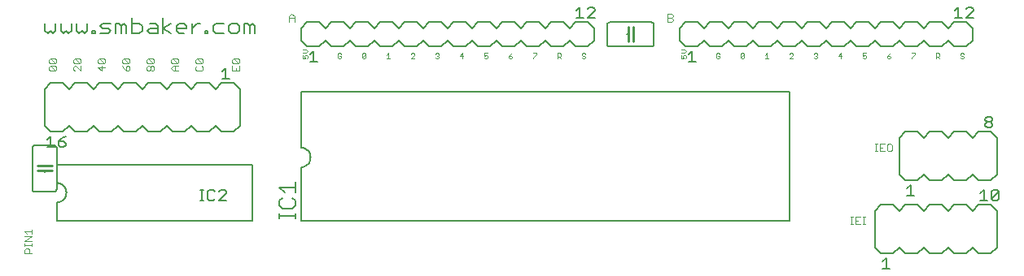
<source format=gto>
G75*
%MOIN*%
%OFA0B0*%
%FSLAX24Y24*%
%IPPOS*%
%LPD*%
%AMOC8*
5,1,8,0,0,1.08239X$1,22.5*
%
%ADD10C,0.0030*%
%ADD11C,0.0060*%
%ADD12C,0.0020*%
%ADD13C,0.0050*%
%ADD14C,0.0100*%
D10*
X000375Y002195D02*
X000375Y002340D01*
X000423Y002388D01*
X000520Y002388D01*
X000568Y002340D01*
X000568Y002195D01*
X000665Y002195D02*
X000375Y002195D01*
X000375Y002490D02*
X000375Y002586D01*
X000375Y002538D02*
X000665Y002538D01*
X000665Y002490D02*
X000665Y002586D01*
X000665Y002686D02*
X000375Y002686D01*
X000665Y002880D01*
X000375Y002880D01*
X000472Y002981D02*
X000375Y003077D01*
X000665Y003077D01*
X000665Y002981D02*
X000665Y003174D01*
X001423Y009695D02*
X001375Y009743D01*
X001375Y009840D01*
X001423Y009888D01*
X001617Y009695D01*
X001665Y009743D01*
X001665Y009840D01*
X001617Y009888D01*
X001423Y009888D01*
X001423Y009990D02*
X001375Y010038D01*
X001375Y010135D01*
X001423Y010183D01*
X001617Y009990D01*
X001665Y010038D01*
X001665Y010135D01*
X001617Y010183D01*
X001423Y010183D01*
X001423Y009990D02*
X001617Y009990D01*
X001617Y009695D02*
X001423Y009695D01*
X002375Y009743D02*
X002423Y009695D01*
X002375Y009743D02*
X002375Y009840D01*
X002423Y009888D01*
X002472Y009888D01*
X002665Y009695D01*
X002665Y009888D01*
X002617Y009990D02*
X002423Y009990D01*
X002375Y010038D01*
X002375Y010135D01*
X002423Y010183D01*
X002617Y009990D01*
X002665Y010038D01*
X002665Y010135D01*
X002617Y010183D01*
X002423Y010183D01*
X003375Y010135D02*
X003423Y010183D01*
X003617Y009990D01*
X003665Y010038D01*
X003665Y010135D01*
X003617Y010183D01*
X003423Y010183D01*
X003375Y010135D02*
X003375Y010038D01*
X003423Y009990D01*
X003617Y009990D01*
X003520Y009888D02*
X003520Y009695D01*
X003375Y009840D01*
X003665Y009840D01*
X004375Y009888D02*
X004423Y009792D01*
X004520Y009695D01*
X004520Y009840D01*
X004568Y009888D01*
X004617Y009888D01*
X004665Y009840D01*
X004665Y009743D01*
X004617Y009695D01*
X004520Y009695D01*
X004617Y009990D02*
X004423Y009990D01*
X004375Y010038D01*
X004375Y010135D01*
X004423Y010183D01*
X004617Y009990D01*
X004665Y010038D01*
X004665Y010135D01*
X004617Y010183D01*
X004423Y010183D01*
X005375Y010135D02*
X005423Y010183D01*
X005617Y009990D01*
X005665Y010038D01*
X005665Y010135D01*
X005617Y010183D01*
X005423Y010183D01*
X005375Y010135D02*
X005375Y010038D01*
X005423Y009990D01*
X005617Y009990D01*
X005617Y009888D02*
X005665Y009840D01*
X005665Y009743D01*
X005617Y009695D01*
X005568Y009695D01*
X005520Y009743D01*
X005520Y009840D01*
X005568Y009888D01*
X005617Y009888D01*
X005520Y009840D02*
X005472Y009888D01*
X005423Y009888D01*
X005375Y009840D01*
X005375Y009743D01*
X005423Y009695D01*
X005472Y009695D01*
X005520Y009743D01*
X006375Y009792D02*
X006472Y009695D01*
X006665Y009695D01*
X006520Y009695D02*
X006520Y009888D01*
X006472Y009888D02*
X006665Y009888D01*
X006617Y009990D02*
X006423Y009990D01*
X006375Y010038D01*
X006375Y010135D01*
X006423Y010183D01*
X006617Y009990D01*
X006665Y010038D01*
X006665Y010135D01*
X006617Y010183D01*
X006423Y010183D01*
X006472Y009888D02*
X006375Y009792D01*
X007375Y009840D02*
X007375Y009743D01*
X007423Y009695D01*
X007617Y009695D01*
X007665Y009743D01*
X007665Y009840D01*
X007617Y009888D01*
X007617Y009990D02*
X007423Y010183D01*
X007617Y010183D01*
X007665Y010135D01*
X007665Y010038D01*
X007617Y009990D01*
X007423Y009990D01*
X007375Y010038D01*
X007375Y010135D01*
X007423Y010183D01*
X007423Y009888D02*
X007375Y009840D01*
X008875Y009888D02*
X008875Y009695D01*
X009165Y009695D01*
X009165Y009888D01*
X009117Y009990D02*
X008923Y009990D01*
X008875Y010038D01*
X008875Y010135D01*
X008923Y010183D01*
X009117Y009990D01*
X009165Y010038D01*
X009165Y010135D01*
X009117Y010183D01*
X008923Y010183D01*
X009020Y009792D02*
X009020Y009695D01*
X011195Y011695D02*
X011195Y011915D01*
X011305Y012025D01*
X011415Y011915D01*
X011415Y011695D01*
X011415Y011860D02*
X011195Y011860D01*
X026695Y011860D02*
X026860Y011860D01*
X026915Y011805D01*
X026915Y011750D01*
X026860Y011695D01*
X026695Y011695D01*
X026695Y012025D01*
X026860Y012025D01*
X026915Y011970D01*
X026915Y011915D01*
X026860Y011860D01*
X035195Y006685D02*
X035292Y006685D01*
X035243Y006685D02*
X035243Y006395D01*
X035195Y006395D02*
X035292Y006395D01*
X035391Y006395D02*
X035585Y006395D01*
X035686Y006443D02*
X035734Y006395D01*
X035831Y006395D01*
X035880Y006443D01*
X035880Y006637D01*
X035831Y006685D01*
X035734Y006685D01*
X035686Y006637D01*
X035686Y006443D01*
X035488Y006540D02*
X035391Y006540D01*
X035391Y006685D02*
X035391Y006395D01*
X035391Y006685D02*
X035585Y006685D01*
X034783Y003685D02*
X034686Y003685D01*
X034734Y003685D02*
X034734Y003395D01*
X034686Y003395D02*
X034783Y003395D01*
X034585Y003395D02*
X034391Y003395D01*
X034391Y003685D01*
X034585Y003685D01*
X034488Y003540D02*
X034391Y003540D01*
X034292Y003395D02*
X034195Y003395D01*
X034243Y003395D02*
X034243Y003685D01*
X034195Y003685D02*
X034292Y003685D01*
D11*
X035180Y003930D02*
X035180Y002430D01*
X035430Y002180D01*
X035930Y002180D01*
X036180Y002430D01*
X036430Y002180D01*
X036930Y002180D01*
X037180Y002430D01*
X037430Y002180D01*
X037930Y002180D01*
X038180Y002430D01*
X038430Y002180D01*
X038930Y002180D01*
X039180Y002430D01*
X039430Y002180D01*
X039930Y002180D01*
X040180Y002430D01*
X040180Y003930D01*
X039930Y004180D01*
X039430Y004180D01*
X039180Y003930D01*
X038930Y004180D01*
X038430Y004180D01*
X038180Y003930D01*
X037930Y004180D01*
X037430Y004180D01*
X037180Y003930D01*
X036930Y004180D01*
X036430Y004180D01*
X036180Y003930D01*
X035930Y004180D01*
X035430Y004180D01*
X035180Y003930D01*
X031680Y003530D02*
X031680Y008830D01*
X011680Y008830D01*
X011680Y006530D01*
X011719Y006528D01*
X011758Y006522D01*
X011796Y006513D01*
X011833Y006500D01*
X011869Y006483D01*
X011902Y006463D01*
X011934Y006439D01*
X011963Y006413D01*
X011989Y006384D01*
X012013Y006352D01*
X012033Y006319D01*
X012050Y006283D01*
X012063Y006246D01*
X012072Y006208D01*
X012078Y006169D01*
X012080Y006130D01*
X012078Y006091D01*
X012072Y006052D01*
X012063Y006014D01*
X012050Y005977D01*
X012033Y005941D01*
X012013Y005908D01*
X011989Y005876D01*
X011963Y005847D01*
X011934Y005821D01*
X011902Y005797D01*
X011869Y005777D01*
X011833Y005760D01*
X011796Y005747D01*
X011758Y005738D01*
X011719Y005732D01*
X011680Y005730D01*
X011680Y003530D01*
X031680Y003530D01*
X036180Y005430D02*
X036430Y005180D01*
X036930Y005180D01*
X037180Y005430D01*
X037430Y005180D01*
X037930Y005180D01*
X038180Y005430D01*
X038430Y005180D01*
X038930Y005180D01*
X039180Y005430D01*
X039430Y005180D01*
X039930Y005180D01*
X040180Y005430D01*
X040180Y006930D01*
X039930Y007180D01*
X039430Y007180D01*
X039180Y006930D01*
X038930Y007180D01*
X038430Y007180D01*
X038180Y006930D01*
X037930Y007180D01*
X037430Y007180D01*
X037180Y006930D01*
X036930Y007180D01*
X036430Y007180D01*
X036180Y006930D01*
X036180Y005430D01*
X035930Y010680D02*
X035430Y010680D01*
X035180Y010930D01*
X034930Y010680D01*
X034430Y010680D01*
X034180Y010930D01*
X033930Y010680D01*
X033430Y010680D01*
X033180Y010930D01*
X032930Y010680D01*
X032430Y010680D01*
X032180Y010930D01*
X031930Y010680D01*
X031430Y010680D01*
X031180Y010930D01*
X030930Y010680D01*
X030430Y010680D01*
X030180Y010930D01*
X029930Y010680D01*
X029430Y010680D01*
X029180Y010930D01*
X028930Y010680D01*
X028430Y010680D01*
X028180Y010930D01*
X027930Y010680D01*
X027430Y010680D01*
X027180Y010930D01*
X027180Y011430D01*
X027430Y011680D01*
X027930Y011680D01*
X028180Y011430D01*
X028430Y011680D01*
X028930Y011680D01*
X029180Y011430D01*
X029430Y011680D01*
X029930Y011680D01*
X030180Y011430D01*
X030430Y011680D01*
X030930Y011680D01*
X031180Y011430D01*
X031430Y011680D01*
X031930Y011680D01*
X032180Y011430D01*
X032430Y011680D01*
X032930Y011680D01*
X033180Y011430D01*
X033430Y011680D01*
X033930Y011680D01*
X034180Y011430D01*
X034430Y011680D01*
X034930Y011680D01*
X035180Y011430D01*
X035430Y011680D01*
X035930Y011680D01*
X036180Y011430D01*
X036430Y011680D01*
X036930Y011680D01*
X037180Y011430D01*
X037430Y011680D01*
X037930Y011680D01*
X038180Y011430D01*
X038430Y011680D01*
X038930Y011680D01*
X039180Y011430D01*
X039180Y010930D01*
X038930Y010680D01*
X038430Y010680D01*
X038180Y010930D01*
X037930Y010680D01*
X037430Y010680D01*
X037180Y010930D01*
X036930Y010680D01*
X036430Y010680D01*
X036180Y010930D01*
X035930Y010680D01*
X026130Y010780D02*
X026130Y011580D01*
X026128Y011597D01*
X026124Y011614D01*
X026117Y011630D01*
X026107Y011644D01*
X026094Y011657D01*
X026080Y011667D01*
X026064Y011674D01*
X026047Y011678D01*
X026030Y011680D01*
X024330Y011680D01*
X024313Y011678D01*
X024296Y011674D01*
X024280Y011667D01*
X024266Y011657D01*
X024253Y011644D01*
X024243Y011630D01*
X024236Y011614D01*
X024232Y011597D01*
X024230Y011580D01*
X024230Y010780D01*
X024232Y010763D01*
X024236Y010746D01*
X024243Y010730D01*
X024253Y010716D01*
X024266Y010703D01*
X024280Y010693D01*
X024296Y010686D01*
X024313Y010682D01*
X024330Y010680D01*
X026030Y010680D01*
X026047Y010682D01*
X026064Y010686D01*
X026080Y010693D01*
X026094Y010703D01*
X026107Y010716D01*
X026117Y010730D01*
X026124Y010746D01*
X026128Y010763D01*
X026130Y010780D01*
X025330Y011180D02*
X025280Y011180D01*
X025080Y011180D02*
X025030Y011180D01*
X023680Y011430D02*
X023430Y011680D01*
X022930Y011680D01*
X022680Y011430D01*
X022430Y011680D01*
X021930Y011680D01*
X021680Y011430D01*
X021430Y011680D01*
X020930Y011680D01*
X020680Y011430D01*
X020430Y011680D01*
X019930Y011680D01*
X019680Y011430D01*
X019430Y011680D01*
X018930Y011680D01*
X018680Y011430D01*
X018430Y011680D01*
X017930Y011680D01*
X017680Y011430D01*
X017430Y011680D01*
X016930Y011680D01*
X016680Y011430D01*
X016430Y011680D01*
X015930Y011680D01*
X015680Y011430D01*
X015430Y011680D01*
X014930Y011680D01*
X014680Y011430D01*
X014430Y011680D01*
X013930Y011680D01*
X013680Y011430D01*
X013430Y011680D01*
X012930Y011680D01*
X012680Y011430D01*
X012430Y011680D01*
X011930Y011680D01*
X011680Y011430D01*
X011680Y010930D01*
X011930Y010680D01*
X012430Y010680D01*
X012680Y010930D01*
X012930Y010680D01*
X013430Y010680D01*
X013680Y010930D01*
X013930Y010680D01*
X014430Y010680D01*
X014680Y010930D01*
X014930Y010680D01*
X015430Y010680D01*
X015680Y010930D01*
X015930Y010680D01*
X016430Y010680D01*
X016680Y010930D01*
X016930Y010680D01*
X017430Y010680D01*
X017680Y010930D01*
X017930Y010680D01*
X018430Y010680D01*
X018680Y010930D01*
X018930Y010680D01*
X019430Y010680D01*
X019680Y010930D01*
X019930Y010680D01*
X020430Y010680D01*
X020680Y010930D01*
X020930Y010680D01*
X021430Y010680D01*
X021680Y010930D01*
X021930Y010680D01*
X022430Y010680D01*
X022680Y010930D01*
X022930Y010680D01*
X023430Y010680D01*
X023680Y010930D01*
X023680Y011430D01*
X009801Y011530D02*
X009801Y011210D01*
X009588Y011210D02*
X009588Y011530D01*
X009695Y011637D01*
X009801Y011530D01*
X009588Y011530D02*
X009481Y011637D01*
X009374Y011637D01*
X009374Y011210D01*
X009157Y011317D02*
X009157Y011530D01*
X009050Y011637D01*
X008837Y011637D01*
X008730Y011530D01*
X008730Y011317D01*
X008837Y011210D01*
X009050Y011210D01*
X009157Y011317D01*
X008512Y011210D02*
X008192Y011210D01*
X008085Y011317D01*
X008085Y011530D01*
X008192Y011637D01*
X008512Y011637D01*
X007546Y011637D02*
X007439Y011637D01*
X007226Y011424D01*
X007226Y011637D02*
X007226Y011210D01*
X007008Y011424D02*
X006581Y011424D01*
X006581Y011530D02*
X006581Y011317D01*
X006688Y011210D01*
X006902Y011210D01*
X007008Y011424D02*
X007008Y011530D01*
X006902Y011637D01*
X006688Y011637D01*
X006581Y011530D01*
X006364Y011637D02*
X006044Y011424D01*
X006364Y011210D01*
X006044Y011210D02*
X006044Y011851D01*
X005827Y011530D02*
X005720Y011637D01*
X005506Y011637D01*
X005827Y011530D02*
X005827Y011210D01*
X005506Y011210D01*
X005400Y011317D01*
X005506Y011424D01*
X005827Y011424D01*
X005182Y011530D02*
X005075Y011637D01*
X004755Y011637D01*
X004538Y011530D02*
X004538Y011210D01*
X004324Y011210D02*
X004324Y011530D01*
X004431Y011637D01*
X004538Y011530D01*
X004324Y011530D02*
X004217Y011637D01*
X004110Y011637D01*
X004110Y011210D01*
X003893Y011317D02*
X003786Y011424D01*
X003573Y011424D01*
X003466Y011530D01*
X003573Y011637D01*
X003893Y011637D01*
X004755Y011851D02*
X004755Y011210D01*
X005075Y011210D01*
X005182Y011317D01*
X005182Y011530D01*
X003893Y011317D02*
X003786Y011210D01*
X003466Y011210D01*
X003250Y011210D02*
X003144Y011210D01*
X003144Y011317D01*
X003250Y011317D01*
X003250Y011210D01*
X002926Y011317D02*
X002926Y011637D01*
X002499Y011637D02*
X002499Y011317D01*
X002606Y011210D01*
X002713Y011317D01*
X002819Y011210D01*
X002926Y011317D01*
X002282Y011317D02*
X002282Y011637D01*
X001855Y011637D02*
X001855Y011317D01*
X001961Y011210D01*
X002068Y011317D01*
X002175Y011210D01*
X002282Y011317D01*
X001637Y011317D02*
X001637Y011637D01*
X001210Y011637D02*
X001210Y011317D01*
X001317Y011210D01*
X001424Y011317D01*
X001530Y011210D01*
X001637Y011317D01*
X007763Y011317D02*
X007870Y011317D01*
X007870Y011210D01*
X007763Y011210D01*
X007763Y011317D01*
X007930Y009180D02*
X007430Y009180D01*
X007180Y008930D01*
X006930Y009180D01*
X006430Y009180D01*
X006180Y008930D01*
X005930Y009180D01*
X005430Y009180D01*
X005180Y008930D01*
X004930Y009180D01*
X004430Y009180D01*
X004180Y008930D01*
X003930Y009180D01*
X003430Y009180D01*
X003180Y008930D01*
X002930Y009180D01*
X002430Y009180D01*
X002180Y008930D01*
X001930Y009180D01*
X001430Y009180D01*
X001180Y008930D01*
X001180Y007430D01*
X001430Y007180D01*
X001930Y007180D01*
X002180Y007430D01*
X002430Y007180D01*
X002930Y007180D01*
X003180Y007430D01*
X003430Y007180D01*
X003930Y007180D01*
X004180Y007430D01*
X004430Y007180D01*
X004930Y007180D01*
X005180Y007430D01*
X005430Y007180D01*
X005930Y007180D01*
X006180Y007430D01*
X006430Y007180D01*
X006930Y007180D01*
X007180Y007430D01*
X007430Y007180D01*
X007930Y007180D01*
X008180Y007430D01*
X008430Y007180D01*
X008930Y007180D01*
X009180Y007430D01*
X009180Y008930D01*
X008930Y009180D01*
X008430Y009180D01*
X008180Y008930D01*
X007930Y009180D01*
X001580Y006630D02*
X000780Y006630D01*
X000763Y006628D01*
X000746Y006624D01*
X000730Y006617D01*
X000716Y006607D01*
X000703Y006594D01*
X000693Y006580D01*
X000686Y006564D01*
X000682Y006547D01*
X000680Y006530D01*
X000680Y004830D01*
X000682Y004813D01*
X000686Y004796D01*
X000693Y004780D01*
X000703Y004766D01*
X000716Y004753D01*
X000730Y004743D01*
X000746Y004736D01*
X000763Y004732D01*
X000780Y004730D01*
X001580Y004730D01*
X001597Y004732D01*
X001614Y004736D01*
X001630Y004743D01*
X001644Y004753D01*
X001657Y004766D01*
X001667Y004780D01*
X001674Y004796D01*
X001678Y004813D01*
X001680Y004830D01*
X001680Y006530D01*
X001678Y006547D01*
X001674Y006564D01*
X001667Y006580D01*
X001657Y006594D01*
X001644Y006607D01*
X001630Y006617D01*
X001614Y006624D01*
X001597Y006628D01*
X001580Y006630D01*
X001680Y005830D02*
X001680Y005080D01*
X001719Y005078D01*
X001758Y005072D01*
X001796Y005063D01*
X001833Y005050D01*
X001869Y005033D01*
X001902Y005013D01*
X001934Y004989D01*
X001963Y004963D01*
X001989Y004934D01*
X002013Y004902D01*
X002033Y004869D01*
X002050Y004833D01*
X002063Y004796D01*
X002072Y004758D01*
X002078Y004719D01*
X002080Y004680D01*
X002078Y004641D01*
X002072Y004602D01*
X002063Y004564D01*
X002050Y004527D01*
X002033Y004491D01*
X002013Y004458D01*
X001989Y004426D01*
X001963Y004397D01*
X001934Y004371D01*
X001902Y004347D01*
X001869Y004327D01*
X001833Y004310D01*
X001796Y004297D01*
X001758Y004288D01*
X001719Y004282D01*
X001680Y004280D01*
X001680Y003530D01*
X009680Y003530D01*
X009680Y005830D01*
X001680Y005830D01*
X001180Y005830D02*
X001180Y005780D01*
X001180Y005580D02*
X001180Y005530D01*
X010809Y004898D02*
X011023Y004684D01*
X010916Y004467D02*
X010809Y004360D01*
X010809Y004146D01*
X010916Y004040D01*
X011343Y004040D01*
X011450Y004146D01*
X011450Y004360D01*
X011343Y004467D01*
X011450Y004684D02*
X011450Y005111D01*
X011450Y004898D02*
X010809Y004898D01*
X010809Y003824D02*
X010809Y003610D01*
X010809Y003717D02*
X011450Y003717D01*
X011450Y003610D02*
X011450Y003824D01*
D12*
X011750Y010190D02*
X011860Y010190D01*
X011823Y010263D01*
X011823Y010300D01*
X011860Y010337D01*
X011933Y010337D01*
X011970Y010300D01*
X011970Y010227D01*
X011933Y010190D01*
X011750Y010190D02*
X011750Y010337D01*
X011750Y010411D02*
X011897Y010411D01*
X011970Y010484D01*
X011897Y010558D01*
X011750Y010558D01*
X013190Y010373D02*
X013190Y010227D01*
X013227Y010190D01*
X013300Y010190D01*
X013337Y010227D01*
X013337Y010300D01*
X013263Y010300D01*
X013190Y010373D02*
X013227Y010410D01*
X013300Y010410D01*
X013337Y010373D01*
X014190Y010373D02*
X014190Y010227D01*
X014337Y010373D01*
X014337Y010227D01*
X014300Y010190D01*
X014227Y010190D01*
X014190Y010227D01*
X014190Y010373D02*
X014227Y010410D01*
X014300Y010410D01*
X014337Y010373D01*
X015190Y010337D02*
X015263Y010410D01*
X015263Y010190D01*
X015190Y010190D02*
X015337Y010190D01*
X016190Y010190D02*
X016337Y010337D01*
X016337Y010373D01*
X016300Y010410D01*
X016227Y010410D01*
X016190Y010373D01*
X016190Y010190D02*
X016337Y010190D01*
X017190Y010227D02*
X017227Y010190D01*
X017300Y010190D01*
X017337Y010227D01*
X017337Y010263D01*
X017300Y010300D01*
X017263Y010300D01*
X017300Y010300D02*
X017337Y010337D01*
X017337Y010373D01*
X017300Y010410D01*
X017227Y010410D01*
X017190Y010373D01*
X018190Y010300D02*
X018337Y010300D01*
X018300Y010190D02*
X018300Y010410D01*
X018190Y010300D01*
X019190Y010300D02*
X019263Y010337D01*
X019300Y010337D01*
X019337Y010300D01*
X019337Y010227D01*
X019300Y010190D01*
X019227Y010190D01*
X019190Y010227D01*
X019190Y010300D02*
X019190Y010410D01*
X019337Y010410D01*
X020190Y010300D02*
X020190Y010227D01*
X020227Y010190D01*
X020300Y010190D01*
X020337Y010227D01*
X020337Y010263D01*
X020300Y010300D01*
X020190Y010300D01*
X020263Y010373D01*
X020337Y010410D01*
X021190Y010410D02*
X021337Y010410D01*
X021337Y010373D01*
X021190Y010227D01*
X021190Y010190D01*
X022190Y010190D02*
X022190Y010410D01*
X022300Y010410D01*
X022337Y010373D01*
X022337Y010300D01*
X022300Y010263D01*
X022190Y010263D01*
X022263Y010263D02*
X022337Y010190D01*
X023190Y010227D02*
X023227Y010190D01*
X023300Y010190D01*
X023337Y010227D01*
X023337Y010263D01*
X023300Y010300D01*
X023227Y010300D01*
X023190Y010337D01*
X023190Y010373D01*
X023227Y010410D01*
X023300Y010410D01*
X023337Y010373D01*
X027250Y010337D02*
X027250Y010190D01*
X027360Y010190D01*
X027323Y010263D01*
X027323Y010300D01*
X027360Y010337D01*
X027433Y010337D01*
X027470Y010300D01*
X027470Y010227D01*
X027433Y010190D01*
X027397Y010411D02*
X027250Y010411D01*
X027397Y010411D02*
X027470Y010484D01*
X027397Y010558D01*
X027250Y010558D01*
X028690Y010373D02*
X028690Y010227D01*
X028727Y010190D01*
X028800Y010190D01*
X028837Y010227D01*
X028837Y010300D01*
X028763Y010300D01*
X028690Y010373D02*
X028727Y010410D01*
X028800Y010410D01*
X028837Y010373D01*
X029690Y010373D02*
X029690Y010227D01*
X029837Y010373D01*
X029837Y010227D01*
X029800Y010190D01*
X029727Y010190D01*
X029690Y010227D01*
X029690Y010373D02*
X029727Y010410D01*
X029800Y010410D01*
X029837Y010373D01*
X030690Y010337D02*
X030763Y010410D01*
X030763Y010190D01*
X030690Y010190D02*
X030837Y010190D01*
X031690Y010190D02*
X031837Y010337D01*
X031837Y010373D01*
X031800Y010410D01*
X031727Y010410D01*
X031690Y010373D01*
X031690Y010190D02*
X031837Y010190D01*
X032690Y010227D02*
X032727Y010190D01*
X032800Y010190D01*
X032837Y010227D01*
X032837Y010263D01*
X032800Y010300D01*
X032763Y010300D01*
X032800Y010300D02*
X032837Y010337D01*
X032837Y010373D01*
X032800Y010410D01*
X032727Y010410D01*
X032690Y010373D01*
X033690Y010300D02*
X033837Y010300D01*
X033800Y010190D02*
X033800Y010410D01*
X033690Y010300D01*
X034690Y010300D02*
X034763Y010337D01*
X034800Y010337D01*
X034837Y010300D01*
X034837Y010227D01*
X034800Y010190D01*
X034727Y010190D01*
X034690Y010227D01*
X034690Y010300D02*
X034690Y010410D01*
X034837Y010410D01*
X035690Y010300D02*
X035690Y010227D01*
X035727Y010190D01*
X035800Y010190D01*
X035837Y010227D01*
X035837Y010263D01*
X035800Y010300D01*
X035690Y010300D01*
X035763Y010373D01*
X035837Y010410D01*
X036690Y010410D02*
X036837Y010410D01*
X036837Y010373D01*
X036690Y010227D01*
X036690Y010190D01*
X037690Y010190D02*
X037690Y010410D01*
X037800Y010410D01*
X037837Y010373D01*
X037837Y010300D01*
X037800Y010263D01*
X037690Y010263D01*
X037763Y010263D02*
X037837Y010190D01*
X038690Y010227D02*
X038727Y010190D01*
X038800Y010190D01*
X038837Y010227D01*
X038837Y010263D01*
X038800Y010300D01*
X038727Y010300D01*
X038690Y010337D01*
X038690Y010373D01*
X038727Y010410D01*
X038800Y010410D01*
X038837Y010373D01*
D13*
X038915Y011855D02*
X039216Y012155D01*
X039216Y012230D01*
X039141Y012305D01*
X038990Y012305D01*
X038915Y012230D01*
X038605Y012305D02*
X038455Y012155D01*
X038605Y012305D02*
X038605Y011855D01*
X038455Y011855D02*
X038755Y011855D01*
X038915Y011855D02*
X039216Y011855D01*
X027855Y010055D02*
X027555Y010055D01*
X027705Y010055D02*
X027705Y010505D01*
X027555Y010355D01*
X023716Y011855D02*
X023415Y011855D01*
X023716Y012155D01*
X023716Y012230D01*
X023641Y012305D01*
X023490Y012305D01*
X023415Y012230D01*
X023105Y012305D02*
X022955Y012155D01*
X023105Y012305D02*
X023105Y011855D01*
X022955Y011855D02*
X023255Y011855D01*
X012355Y010055D02*
X012055Y010055D01*
X012205Y010055D02*
X012205Y010505D01*
X012055Y010355D01*
X008745Y009355D02*
X008445Y009355D01*
X008595Y009355D02*
X008595Y009805D01*
X008445Y009655D01*
X002045Y007005D02*
X001895Y006930D01*
X001745Y006780D01*
X001970Y006780D01*
X002045Y006705D01*
X002045Y006630D01*
X001970Y006555D01*
X001820Y006555D01*
X001745Y006630D01*
X001745Y006780D01*
X001434Y007005D02*
X001284Y006855D01*
X001434Y007005D02*
X001434Y006555D01*
X001284Y006555D02*
X001584Y006555D01*
X007555Y004805D02*
X007705Y004805D01*
X007630Y004805D02*
X007630Y004355D01*
X007555Y004355D02*
X007705Y004355D01*
X007862Y004430D02*
X007937Y004355D01*
X008087Y004355D01*
X008162Y004430D01*
X008322Y004355D02*
X008623Y004655D01*
X008623Y004730D01*
X008548Y004805D01*
X008397Y004805D01*
X008322Y004730D01*
X008162Y004730D02*
X008087Y004805D01*
X007937Y004805D01*
X007862Y004730D01*
X007862Y004430D01*
X008322Y004355D02*
X008623Y004355D01*
X035505Y001855D02*
X035655Y002005D01*
X035655Y001555D01*
X035505Y001555D02*
X035805Y001555D01*
X039505Y004355D02*
X039805Y004355D01*
X039655Y004355D02*
X039655Y004805D01*
X039505Y004655D01*
X039965Y004730D02*
X040040Y004805D01*
X040191Y004805D01*
X040266Y004730D01*
X039965Y004430D01*
X040040Y004355D01*
X040191Y004355D01*
X040266Y004430D01*
X040266Y004730D01*
X039965Y004730D02*
X039965Y004430D01*
X036805Y004555D02*
X036505Y004555D01*
X036655Y004555D02*
X036655Y005005D01*
X036505Y004855D01*
X039705Y007430D02*
X039705Y007505D01*
X039780Y007580D01*
X039930Y007580D01*
X040005Y007505D01*
X040005Y007430D01*
X039930Y007355D01*
X039780Y007355D01*
X039705Y007430D01*
X039780Y007580D02*
X039705Y007655D01*
X039705Y007730D01*
X039780Y007805D01*
X039930Y007805D01*
X040005Y007730D01*
X040005Y007655D01*
X039930Y007580D01*
D14*
X025280Y010880D02*
X025280Y011180D01*
X025280Y011480D01*
X025080Y011480D02*
X025080Y011180D01*
X025080Y010880D01*
X001480Y005780D02*
X001180Y005780D01*
X000880Y005780D01*
X000880Y005580D02*
X001180Y005580D01*
X001480Y005580D01*
M02*

</source>
